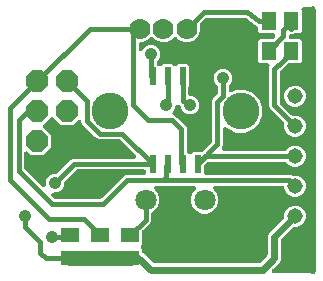
<source format=gbr>
G04 EAGLE Gerber RS-274X export*
G75*
%MOMM*%
%FSLAX34Y34*%
%LPD*%
%INBottom Copper*%
%IPPOS*%
%AMOC8*
5,1,8,0,0,1.08239X$1,22.5*%
G01*
%ADD10C,1.308000*%
%ADD11P,2.034460X8X292.500000*%
%ADD12R,1.500000X1.300000*%
%ADD13R,1.300000X1.500000*%
%ADD14C,1.800000*%
%ADD15C,1.778000*%
%ADD16C,3.116000*%
%ADD17R,0.533400X1.549400*%
%ADD18C,0.406400*%
%ADD19C,1.050000*%
%ADD20C,1.270000*%
%ADD21C,0.609600*%

G36*
X269267Y1696D02*
X269267Y1696D01*
X269276Y1695D01*
X269465Y1717D01*
X269658Y1738D01*
X269667Y1741D01*
X269675Y1742D01*
X269857Y1801D01*
X270042Y1859D01*
X270050Y1864D01*
X270058Y1867D01*
X270227Y1962D01*
X270394Y2054D01*
X270401Y2060D01*
X270409Y2064D01*
X270555Y2190D01*
X270701Y2315D01*
X270707Y2322D01*
X270714Y2328D01*
X270831Y2479D01*
X270951Y2631D01*
X270955Y2639D01*
X270960Y2646D01*
X271046Y2818D01*
X271133Y2990D01*
X271136Y2998D01*
X271140Y3006D01*
X271190Y3193D01*
X271241Y3378D01*
X271242Y3386D01*
X271244Y3395D01*
X271271Y3726D01*
X271271Y226654D01*
X271270Y226663D01*
X271271Y226672D01*
X271250Y226865D01*
X271231Y227055D01*
X271229Y227063D01*
X271228Y227072D01*
X271169Y227257D01*
X271113Y227440D01*
X271109Y227448D01*
X271106Y227456D01*
X271013Y227624D01*
X270921Y227794D01*
X270916Y227801D01*
X270911Y227808D01*
X270787Y227956D01*
X270664Y228103D01*
X270657Y228109D01*
X270651Y228115D01*
X270499Y228235D01*
X270350Y228355D01*
X270342Y228360D01*
X270335Y228365D01*
X270162Y228453D01*
X269993Y228541D01*
X269984Y228543D01*
X269976Y228547D01*
X269790Y228599D01*
X269606Y228652D01*
X269597Y228653D01*
X269588Y228655D01*
X269395Y228670D01*
X269204Y228685D01*
X269196Y228684D01*
X269187Y228685D01*
X268994Y228661D01*
X268805Y228638D01*
X268796Y228636D01*
X268787Y228634D01*
X268605Y228573D01*
X268422Y228513D01*
X268414Y228509D01*
X268406Y228506D01*
X268239Y228410D01*
X268071Y228316D01*
X268064Y228310D01*
X268057Y228305D01*
X267804Y228091D01*
X267552Y227839D01*
X261358Y227839D01*
X261349Y227838D01*
X261340Y227839D01*
X261149Y227819D01*
X260957Y227799D01*
X260949Y227797D01*
X260940Y227796D01*
X260756Y227738D01*
X260572Y227681D01*
X260564Y227677D01*
X260556Y227674D01*
X260387Y227581D01*
X260218Y227489D01*
X260211Y227484D01*
X260203Y227479D01*
X260056Y227354D01*
X259909Y227232D01*
X259903Y227225D01*
X259896Y227219D01*
X259777Y227068D01*
X259657Y226918D01*
X259652Y226910D01*
X259647Y226903D01*
X259559Y226730D01*
X259471Y226561D01*
X259469Y226552D01*
X259465Y226544D01*
X259413Y226358D01*
X259360Y226174D01*
X259359Y226165D01*
X259357Y226156D01*
X259342Y225964D01*
X259327Y225772D01*
X259328Y225764D01*
X259327Y225755D01*
X259351Y225563D01*
X259374Y225373D01*
X259376Y225364D01*
X259378Y225355D01*
X259439Y225173D01*
X259499Y224990D01*
X259503Y224982D01*
X259506Y224974D01*
X259602Y224806D01*
X259696Y224639D01*
X259702Y224632D01*
X259707Y224625D01*
X259841Y224467D01*
X259841Y207348D01*
X258352Y205859D01*
X254364Y205859D01*
X254332Y205856D01*
X254301Y205858D01*
X254132Y205836D01*
X253963Y205819D01*
X253933Y205810D01*
X253902Y205806D01*
X253586Y205705D01*
X251710Y204927D01*
X250444Y204927D01*
X250426Y204925D01*
X250408Y204927D01*
X250226Y204906D01*
X250043Y204887D01*
X250026Y204882D01*
X250009Y204880D01*
X249834Y204823D01*
X249658Y204769D01*
X249643Y204761D01*
X249626Y204755D01*
X249466Y204665D01*
X249304Y204577D01*
X249291Y204566D01*
X249275Y204557D01*
X249136Y204437D01*
X248995Y204320D01*
X248984Y204306D01*
X248970Y204294D01*
X248858Y204149D01*
X248743Y204006D01*
X248735Y203990D01*
X248724Y203976D01*
X248642Y203811D01*
X248557Y203649D01*
X248552Y203632D01*
X248544Y203616D01*
X248497Y203437D01*
X248446Y203262D01*
X248444Y203244D01*
X248440Y203227D01*
X248413Y202896D01*
X248413Y202572D01*
X248415Y202554D01*
X248413Y202536D01*
X248434Y202354D01*
X248453Y202171D01*
X248458Y202154D01*
X248460Y202137D01*
X248517Y201962D01*
X248571Y201786D01*
X248579Y201771D01*
X248585Y201754D01*
X248675Y201594D01*
X248763Y201432D01*
X248774Y201419D01*
X248783Y201403D01*
X248903Y201264D01*
X249020Y201123D01*
X249034Y201112D01*
X249046Y201098D01*
X249191Y200986D01*
X249334Y200871D01*
X249350Y200863D01*
X249364Y200852D01*
X249529Y200770D01*
X249691Y200685D01*
X249708Y200680D01*
X249724Y200672D01*
X249903Y200625D01*
X250078Y200574D01*
X250096Y200572D01*
X250113Y200568D01*
X250444Y200541D01*
X258352Y200541D01*
X259841Y199052D01*
X259841Y181948D01*
X258352Y180459D01*
X248815Y180459D01*
X248788Y180457D01*
X248762Y180459D01*
X248588Y180437D01*
X248414Y180419D01*
X248389Y180412D01*
X248362Y180408D01*
X248196Y180353D01*
X248029Y180301D01*
X248006Y180288D01*
X247980Y180280D01*
X247829Y180193D01*
X247675Y180109D01*
X247655Y180092D01*
X247632Y180079D01*
X247379Y179864D01*
X242515Y175001D01*
X242443Y174962D01*
X242419Y174942D01*
X242392Y174927D01*
X242139Y174712D01*
X241388Y173961D01*
X241371Y173940D01*
X241350Y173923D01*
X241244Y173785D01*
X241133Y173649D01*
X241120Y173626D01*
X241104Y173605D01*
X241026Y173448D01*
X240944Y173294D01*
X240936Y173268D01*
X240924Y173244D01*
X240879Y173075D01*
X240829Y172908D01*
X240827Y172881D01*
X240820Y172855D01*
X240793Y172525D01*
X240793Y147515D01*
X240795Y147489D01*
X240793Y147462D01*
X240815Y147288D01*
X240833Y147115D01*
X240840Y147089D01*
X240844Y147063D01*
X240899Y146897D01*
X240951Y146730D01*
X240964Y146706D01*
X240972Y146681D01*
X241059Y146529D01*
X241143Y146376D01*
X241160Y146355D01*
X241173Y146332D01*
X241388Y146079D01*
X250791Y136676D01*
X250812Y136659D01*
X250829Y136638D01*
X250967Y136531D01*
X251103Y136421D01*
X251126Y136408D01*
X251147Y136392D01*
X251304Y136314D01*
X251458Y136232D01*
X251484Y136224D01*
X251508Y136212D01*
X251677Y136167D01*
X251844Y136117D01*
X251871Y136115D01*
X251897Y136108D01*
X252227Y136081D01*
X255806Y136081D01*
X259144Y134698D01*
X261698Y132144D01*
X263081Y128806D01*
X263081Y125194D01*
X261698Y121856D01*
X259144Y119302D01*
X255806Y117919D01*
X252194Y117919D01*
X248856Y119302D01*
X246302Y121856D01*
X244919Y125194D01*
X244919Y128773D01*
X244917Y128799D01*
X244919Y128826D01*
X244897Y129000D01*
X244879Y129173D01*
X244872Y129199D01*
X244868Y129225D01*
X244813Y129391D01*
X244761Y129558D01*
X244748Y129582D01*
X244740Y129607D01*
X244653Y129759D01*
X244569Y129912D01*
X244552Y129933D01*
X244539Y129956D01*
X244324Y130209D01*
X232343Y142190D01*
X231647Y143870D01*
X231647Y176170D01*
X232261Y177651D01*
X232263Y177656D01*
X232265Y177661D01*
X232267Y177667D01*
X232271Y177675D01*
X232323Y177856D01*
X232377Y178036D01*
X232378Y178049D01*
X232382Y178062D01*
X232398Y178251D01*
X232415Y178437D01*
X232414Y178450D01*
X232415Y178464D01*
X232393Y178650D01*
X232374Y178837D01*
X232370Y178850D01*
X232368Y178863D01*
X232310Y179041D01*
X232254Y179222D01*
X232248Y179233D01*
X232243Y179246D01*
X232151Y179410D01*
X232061Y179575D01*
X232052Y179585D01*
X232045Y179597D01*
X231923Y179739D01*
X231802Y179883D01*
X231791Y179891D01*
X231782Y179902D01*
X231634Y180016D01*
X231487Y180134D01*
X231475Y180140D01*
X231464Y180148D01*
X231296Y180232D01*
X231129Y180318D01*
X231116Y180322D01*
X231104Y180328D01*
X230922Y180377D01*
X230741Y180428D01*
X230728Y180429D01*
X230715Y180432D01*
X230384Y180459D01*
X224248Y180459D01*
X222759Y181948D01*
X222759Y199052D01*
X224248Y200541D01*
X233873Y200541D01*
X233899Y200543D01*
X233926Y200541D01*
X234100Y200563D01*
X234273Y200581D01*
X234299Y200588D01*
X234325Y200592D01*
X234491Y200648D01*
X234658Y200699D01*
X234682Y200711D01*
X234707Y200720D01*
X234859Y200807D01*
X235012Y200891D01*
X235033Y200908D01*
X235056Y200921D01*
X235309Y201136D01*
X236565Y202392D01*
X236571Y202399D01*
X236577Y202404D01*
X236698Y202554D01*
X236820Y202703D01*
X236824Y202711D01*
X236830Y202718D01*
X236918Y202888D01*
X237009Y203059D01*
X237011Y203068D01*
X237015Y203075D01*
X237068Y203260D01*
X237123Y203445D01*
X237124Y203454D01*
X237127Y203462D01*
X237142Y203653D01*
X237160Y203846D01*
X237159Y203855D01*
X237160Y203864D01*
X237137Y204053D01*
X237116Y204246D01*
X237114Y204255D01*
X237113Y204263D01*
X237053Y204445D01*
X236995Y204630D01*
X236991Y204638D01*
X236988Y204646D01*
X236894Y204813D01*
X236800Y204982D01*
X236794Y204989D01*
X236790Y204997D01*
X236665Y205142D01*
X236540Y205289D01*
X236533Y205295D01*
X236527Y205302D01*
X236376Y205418D01*
X236224Y205539D01*
X236216Y205543D01*
X236209Y205548D01*
X236038Y205633D01*
X235865Y205721D01*
X235856Y205724D01*
X235848Y205728D01*
X235663Y205777D01*
X235477Y205829D01*
X235468Y205830D01*
X235459Y205832D01*
X235129Y205859D01*
X224248Y205859D01*
X222759Y207348D01*
X222759Y209798D01*
X222743Y209963D01*
X222732Y210129D01*
X222723Y210163D01*
X222719Y210199D01*
X222671Y210357D01*
X222627Y210518D01*
X222612Y210550D01*
X222601Y210584D01*
X222522Y210729D01*
X222448Y210878D01*
X222426Y210906D01*
X222409Y210938D01*
X222303Y211065D01*
X222201Y211196D01*
X222174Y211220D01*
X222152Y211247D01*
X222022Y211351D01*
X221896Y211460D01*
X221866Y211477D01*
X221838Y211499D01*
X221691Y211576D01*
X221585Y211635D01*
X221442Y211742D01*
X221366Y211788D01*
X221296Y211842D01*
X221170Y211907D01*
X221098Y211951D01*
X221055Y211966D01*
X221001Y211994D01*
X220930Y212023D01*
X220619Y212335D01*
X220574Y212371D01*
X220560Y212387D01*
X220517Y212420D01*
X220401Y212523D01*
X212377Y218541D01*
X212305Y218585D01*
X212239Y218636D01*
X212134Y218689D01*
X212033Y218749D01*
X211954Y218778D01*
X211878Y218816D01*
X211765Y218846D01*
X211654Y218886D01*
X211571Y218898D01*
X211489Y218920D01*
X211341Y218932D01*
X211256Y218945D01*
X211214Y218943D01*
X211159Y218947D01*
X179214Y218947D01*
X179198Y218946D01*
X179183Y218947D01*
X178998Y218926D01*
X178813Y218907D01*
X178798Y218903D01*
X178783Y218901D01*
X178605Y218843D01*
X178428Y218789D01*
X178415Y218782D01*
X178400Y218777D01*
X178237Y218686D01*
X178074Y218597D01*
X178062Y218587D01*
X178049Y218580D01*
X177793Y218368D01*
X174071Y214724D01*
X174049Y214699D01*
X174024Y214677D01*
X173920Y214545D01*
X173812Y214415D01*
X173796Y214386D01*
X173776Y214360D01*
X173700Y214210D01*
X173620Y214062D01*
X173610Y214030D01*
X173595Y214000D01*
X173550Y213838D01*
X173501Y213677D01*
X173497Y213644D01*
X173489Y213612D01*
X173477Y213444D01*
X173460Y213277D01*
X173463Y213243D01*
X173461Y213210D01*
X173483Y213044D01*
X173499Y212876D01*
X173509Y212844D01*
X173513Y212811D01*
X173615Y212495D01*
X173831Y211974D01*
X173831Y207426D01*
X172091Y203225D01*
X168875Y200009D01*
X165394Y198568D01*
X164674Y198269D01*
X160126Y198269D01*
X155925Y200009D01*
X153836Y202098D01*
X153823Y202110D01*
X153811Y202123D01*
X153667Y202237D01*
X153525Y202353D01*
X153509Y202362D01*
X153495Y202373D01*
X153331Y202456D01*
X153169Y202542D01*
X153152Y202547D01*
X153136Y202555D01*
X152959Y202604D01*
X152783Y202657D01*
X152765Y202658D01*
X152748Y202663D01*
X152565Y202676D01*
X152382Y202693D01*
X152364Y202691D01*
X152347Y202692D01*
X152165Y202669D01*
X151982Y202650D01*
X151965Y202644D01*
X151947Y202642D01*
X151774Y202584D01*
X151598Y202528D01*
X151582Y202519D01*
X151566Y202514D01*
X151406Y202422D01*
X151246Y202333D01*
X151232Y202322D01*
X151217Y202313D01*
X150964Y202098D01*
X148875Y200009D01*
X145394Y198568D01*
X144674Y198269D01*
X140126Y198269D01*
X135925Y200009D01*
X133836Y202098D01*
X133823Y202110D01*
X133811Y202123D01*
X133667Y202237D01*
X133525Y202353D01*
X133509Y202362D01*
X133495Y202373D01*
X133331Y202456D01*
X133169Y202542D01*
X133152Y202547D01*
X133136Y202555D01*
X132959Y202604D01*
X132783Y202657D01*
X132765Y202658D01*
X132748Y202663D01*
X132565Y202676D01*
X132382Y202693D01*
X132364Y202691D01*
X132347Y202692D01*
X132165Y202669D01*
X131982Y202650D01*
X131965Y202644D01*
X131947Y202642D01*
X131774Y202584D01*
X131598Y202528D01*
X131582Y202519D01*
X131566Y202514D01*
X131406Y202422D01*
X131246Y202333D01*
X131232Y202322D01*
X131217Y202313D01*
X130964Y202098D01*
X128875Y200009D01*
X125394Y198568D01*
X124674Y198269D01*
X123444Y198269D01*
X123426Y198267D01*
X123408Y198269D01*
X123226Y198248D01*
X123043Y198229D01*
X123026Y198224D01*
X123009Y198222D01*
X122834Y198165D01*
X122658Y198111D01*
X122643Y198103D01*
X122626Y198097D01*
X122466Y198007D01*
X122304Y197919D01*
X122291Y197908D01*
X122275Y197899D01*
X122136Y197779D01*
X121995Y197662D01*
X121984Y197648D01*
X121970Y197636D01*
X121858Y197491D01*
X121743Y197348D01*
X121735Y197332D01*
X121724Y197318D01*
X121642Y197153D01*
X121557Y196991D01*
X121552Y196974D01*
X121544Y196958D01*
X121497Y196779D01*
X121446Y196604D01*
X121444Y196586D01*
X121440Y196569D01*
X121413Y196238D01*
X121413Y192777D01*
X121413Y192772D01*
X121413Y192768D01*
X121433Y192573D01*
X121453Y192376D01*
X121454Y192372D01*
X121454Y192367D01*
X121513Y192179D01*
X121571Y191991D01*
X121573Y191987D01*
X121574Y191983D01*
X121668Y191811D01*
X121763Y191637D01*
X121765Y191634D01*
X121768Y191630D01*
X121894Y191479D01*
X122020Y191328D01*
X122024Y191325D01*
X122027Y191322D01*
X122182Y191198D01*
X122334Y191076D01*
X122338Y191074D01*
X122342Y191071D01*
X122519Y190980D01*
X122691Y190890D01*
X122696Y190889D01*
X122700Y190887D01*
X122892Y190832D01*
X123078Y190779D01*
X123083Y190778D01*
X123087Y190777D01*
X123283Y190762D01*
X123480Y190746D01*
X123484Y190746D01*
X123488Y190746D01*
X123683Y190770D01*
X123879Y190793D01*
X123884Y190794D01*
X123888Y190795D01*
X124075Y190857D01*
X124262Y190918D01*
X124266Y190920D01*
X124270Y190921D01*
X124442Y191019D01*
X124613Y191116D01*
X124616Y191118D01*
X124620Y191121D01*
X124770Y191252D01*
X124917Y191379D01*
X124920Y191382D01*
X124924Y191385D01*
X125045Y191543D01*
X125164Y191697D01*
X125166Y191701D01*
X125169Y191704D01*
X125321Y192000D01*
X125475Y192373D01*
X127667Y194565D01*
X130530Y195751D01*
X133630Y195751D01*
X136493Y194565D01*
X138685Y192373D01*
X139871Y189510D01*
X139871Y186410D01*
X138685Y183547D01*
X137266Y182128D01*
X137254Y182114D01*
X137241Y182103D01*
X137127Y181958D01*
X137011Y181817D01*
X137002Y181801D01*
X136991Y181787D01*
X136908Y181623D01*
X136822Y181461D01*
X136817Y181444D01*
X136809Y181428D01*
X136759Y181249D01*
X136707Y181075D01*
X136706Y181057D01*
X136701Y181040D01*
X136687Y180857D01*
X136671Y180674D01*
X136673Y180656D01*
X136671Y180638D01*
X136694Y180456D01*
X136714Y180274D01*
X136720Y180257D01*
X136722Y180239D01*
X136780Y180065D01*
X136836Y179890D01*
X136844Y179874D01*
X136850Y179857D01*
X136942Y179698D01*
X137031Y179537D01*
X137042Y179524D01*
X137051Y179508D01*
X137266Y179255D01*
X138264Y178257D01*
X138277Y178246D01*
X138289Y178233D01*
X138433Y178119D01*
X138575Y178002D01*
X138591Y177994D01*
X138605Y177983D01*
X138769Y177899D01*
X138931Y177814D01*
X138948Y177809D01*
X138964Y177801D01*
X139141Y177751D01*
X139317Y177699D01*
X139335Y177697D01*
X139352Y177693D01*
X139535Y177679D01*
X139718Y177663D01*
X139736Y177665D01*
X139753Y177663D01*
X139935Y177686D01*
X140118Y177706D01*
X140135Y177711D01*
X140153Y177714D01*
X140326Y177772D01*
X140502Y177827D01*
X140518Y177836D01*
X140534Y177842D01*
X140694Y177934D01*
X140854Y178022D01*
X140868Y178034D01*
X140883Y178043D01*
X141136Y178257D01*
X142331Y179452D01*
X149769Y179452D01*
X150964Y178257D01*
X150977Y178246D01*
X150989Y178233D01*
X151133Y178119D01*
X151275Y178002D01*
X151291Y177994D01*
X151305Y177983D01*
X151469Y177900D01*
X151631Y177814D01*
X151648Y177809D01*
X151664Y177801D01*
X151841Y177751D01*
X152017Y177699D01*
X152035Y177697D01*
X152052Y177693D01*
X152235Y177679D01*
X152418Y177663D01*
X152436Y177665D01*
X152453Y177663D01*
X152635Y177686D01*
X152818Y177706D01*
X152835Y177711D01*
X152853Y177714D01*
X153026Y177772D01*
X153202Y177827D01*
X153218Y177836D01*
X153234Y177842D01*
X153393Y177933D01*
X153554Y178022D01*
X153568Y178034D01*
X153583Y178043D01*
X153836Y178257D01*
X155031Y179452D01*
X162469Y179452D01*
X163958Y177963D01*
X163958Y160365D01*
X163918Y160325D01*
X163901Y160304D01*
X163880Y160286D01*
X163773Y160148D01*
X163663Y160013D01*
X163650Y159989D01*
X163634Y159968D01*
X163556Y159811D01*
X163474Y159657D01*
X163466Y159632D01*
X163454Y159608D01*
X163409Y159438D01*
X163359Y159271D01*
X163357Y159245D01*
X163350Y159219D01*
X163323Y158888D01*
X163323Y154602D01*
X163325Y154584D01*
X163323Y154566D01*
X163344Y154384D01*
X163363Y154201D01*
X163368Y154184D01*
X163370Y154167D01*
X163427Y153992D01*
X163481Y153816D01*
X163489Y153801D01*
X163495Y153784D01*
X163585Y153624D01*
X163673Y153462D01*
X163684Y153449D01*
X163693Y153433D01*
X163813Y153294D01*
X163930Y153153D01*
X163944Y153142D01*
X163956Y153128D01*
X164101Y153016D01*
X164244Y152901D01*
X164260Y152893D01*
X164274Y152882D01*
X164439Y152800D01*
X164601Y152715D01*
X164618Y152710D01*
X164634Y152702D01*
X164813Y152655D01*
X164988Y152604D01*
X165006Y152602D01*
X165023Y152598D01*
X165354Y152571D01*
X166650Y152571D01*
X169513Y151385D01*
X171705Y149193D01*
X172891Y146330D01*
X172891Y143230D01*
X171705Y140367D01*
X169513Y138175D01*
X166650Y136989D01*
X163550Y136989D01*
X160687Y138175D01*
X158495Y140367D01*
X157219Y143448D01*
X157204Y143494D01*
X157151Y143666D01*
X157141Y143685D01*
X157134Y143706D01*
X157045Y143862D01*
X156959Y144020D01*
X156945Y144037D01*
X156934Y144056D01*
X156816Y144191D01*
X156702Y144329D01*
X156684Y144343D01*
X156670Y144360D01*
X156528Y144469D01*
X156388Y144581D01*
X156368Y144591D01*
X156351Y144605D01*
X156181Y144692D01*
X156092Y144782D01*
X156027Y144834D01*
X155970Y144894D01*
X155847Y144982D01*
X155780Y145037D01*
X155744Y145056D01*
X155700Y145087D01*
X155647Y145119D01*
X155499Y145189D01*
X155355Y145264D01*
X155318Y145275D01*
X155283Y145291D01*
X155124Y145330D01*
X154968Y145375D01*
X154929Y145379D01*
X154892Y145388D01*
X154729Y145395D01*
X154566Y145408D01*
X154528Y145404D01*
X154490Y145405D01*
X154329Y145380D01*
X154167Y145361D01*
X154130Y145349D01*
X154092Y145343D01*
X153939Y145287D01*
X153784Y145237D01*
X153750Y145218D01*
X153714Y145204D01*
X153576Y145119D01*
X153433Y145039D01*
X153404Y145013D01*
X153371Y144993D01*
X153252Y144882D01*
X153128Y144775D01*
X153105Y144745D01*
X153077Y144719D01*
X152981Y144586D01*
X152882Y144457D01*
X152865Y144423D01*
X152842Y144392D01*
X152775Y144243D01*
X152702Y144097D01*
X152692Y144060D01*
X152677Y144025D01*
X152640Y143866D01*
X152598Y143708D01*
X152594Y143665D01*
X152587Y143632D01*
X152584Y143545D01*
X152571Y143377D01*
X152571Y143230D01*
X151385Y140367D01*
X150728Y139710D01*
X150719Y139700D01*
X150709Y139691D01*
X150592Y139545D01*
X150473Y139399D01*
X150466Y139387D01*
X150458Y139376D01*
X150372Y139209D01*
X150284Y139043D01*
X150280Y139030D01*
X150274Y139018D01*
X150223Y138838D01*
X150169Y138657D01*
X150168Y138643D01*
X150164Y138631D01*
X150150Y138445D01*
X150133Y138256D01*
X150134Y138242D01*
X150133Y138229D01*
X150156Y138045D01*
X150176Y137856D01*
X150180Y137843D01*
X150182Y137830D01*
X150240Y137653D01*
X150298Y137472D01*
X150304Y137460D01*
X150309Y137447D01*
X150401Y137284D01*
X150493Y137119D01*
X150501Y137109D01*
X150508Y137098D01*
X150632Y136956D01*
X150753Y136812D01*
X150764Y136804D01*
X150772Y136794D01*
X150921Y136680D01*
X151069Y136563D01*
X151081Y136557D01*
X151092Y136549D01*
X151387Y136397D01*
X152450Y135957D01*
X154022Y134385D01*
X161357Y127050D01*
X162053Y125370D01*
X162053Y106542D01*
X162055Y106515D01*
X162053Y106488D01*
X162075Y106314D01*
X162093Y106141D01*
X162100Y106116D01*
X162104Y106089D01*
X162159Y105923D01*
X162211Y105756D01*
X162224Y105733D01*
X162232Y105707D01*
X162319Y105556D01*
X162403Y105402D01*
X162420Y105382D01*
X162433Y105358D01*
X162648Y105105D01*
X163664Y104089D01*
X163678Y104078D01*
X163689Y104065D01*
X163833Y103951D01*
X163975Y103834D01*
X163991Y103826D01*
X164005Y103815D01*
X164169Y103732D01*
X164331Y103646D01*
X164348Y103641D01*
X164364Y103633D01*
X164541Y103583D01*
X164717Y103531D01*
X164735Y103529D01*
X164752Y103525D01*
X164935Y103511D01*
X165118Y103495D01*
X165136Y103497D01*
X165153Y103495D01*
X165335Y103518D01*
X165518Y103538D01*
X165535Y103543D01*
X165553Y103546D01*
X165727Y103604D01*
X165902Y103659D01*
X165918Y103668D01*
X165934Y103674D01*
X166093Y103765D01*
X166254Y103854D01*
X166268Y103866D01*
X166283Y103875D01*
X166536Y104089D01*
X167731Y105284D01*
X174430Y105284D01*
X174456Y105286D01*
X174483Y105284D01*
X174657Y105306D01*
X174830Y105324D01*
X174856Y105331D01*
X174882Y105335D01*
X175048Y105390D01*
X175215Y105442D01*
X175239Y105455D01*
X175264Y105463D01*
X175416Y105550D01*
X175569Y105634D01*
X175590Y105651D01*
X175613Y105664D01*
X175866Y105879D01*
X183088Y113101D01*
X183105Y113122D01*
X183126Y113139D01*
X183233Y113277D01*
X183343Y113413D01*
X183356Y113436D01*
X183372Y113457D01*
X183450Y113614D01*
X183532Y113768D01*
X183540Y113794D01*
X183552Y113818D01*
X183597Y113987D01*
X183647Y114154D01*
X183649Y114181D01*
X183656Y114207D01*
X183683Y114537D01*
X183683Y148746D01*
X184379Y150427D01*
X187872Y153920D01*
X187889Y153941D01*
X187910Y153958D01*
X188017Y154096D01*
X188127Y154231D01*
X188140Y154255D01*
X188156Y154276D01*
X188234Y154433D01*
X188316Y154587D01*
X188324Y154613D01*
X188336Y154637D01*
X188381Y154806D01*
X188431Y154973D01*
X188433Y155000D01*
X188440Y155026D01*
X188467Y155356D01*
X188467Y160354D01*
X188465Y160380D01*
X188467Y160407D01*
X188445Y160581D01*
X188427Y160754D01*
X188420Y160780D01*
X188416Y160806D01*
X188360Y160972D01*
X188309Y161139D01*
X188296Y161163D01*
X188288Y161188D01*
X188201Y161339D01*
X188117Y161493D01*
X188100Y161514D01*
X188087Y161537D01*
X187872Y161790D01*
X186435Y163227D01*
X185249Y166090D01*
X185249Y169190D01*
X186435Y172053D01*
X188627Y174245D01*
X191490Y175431D01*
X194590Y175431D01*
X197453Y174245D01*
X199645Y172053D01*
X200831Y169190D01*
X200831Y166090D01*
X199645Y163227D01*
X198208Y161790D01*
X198191Y161769D01*
X198170Y161752D01*
X198063Y161614D01*
X197953Y161478D01*
X197940Y161455D01*
X197924Y161434D01*
X197846Y161277D01*
X197764Y161123D01*
X197756Y161097D01*
X197744Y161073D01*
X197699Y160904D01*
X197649Y160737D01*
X197647Y160710D01*
X197640Y160684D01*
X197613Y160354D01*
X197613Y158093D01*
X197614Y158079D01*
X197613Y158066D01*
X197634Y157879D01*
X197653Y157692D01*
X197657Y157679D01*
X197658Y157666D01*
X197716Y157487D01*
X197771Y157307D01*
X197777Y157295D01*
X197781Y157283D01*
X197873Y157118D01*
X197963Y156953D01*
X197971Y156943D01*
X197978Y156931D01*
X198100Y156788D01*
X198220Y156644D01*
X198231Y156635D01*
X198239Y156625D01*
X198387Y156509D01*
X198534Y156391D01*
X198546Y156385D01*
X198556Y156377D01*
X198725Y156292D01*
X198891Y156206D01*
X198904Y156202D01*
X198916Y156196D01*
X199097Y156147D01*
X199278Y156095D01*
X199292Y156093D01*
X199305Y156090D01*
X199493Y156077D01*
X199680Y156062D01*
X199693Y156063D01*
X199706Y156062D01*
X199894Y156087D01*
X200079Y156109D01*
X200092Y156113D01*
X200105Y156114D01*
X200421Y156216D01*
X204296Y157821D01*
X211504Y157821D01*
X218165Y155062D01*
X223262Y149965D01*
X226021Y143304D01*
X226021Y136096D01*
X223262Y129435D01*
X218165Y124338D01*
X211504Y121579D01*
X204296Y121579D01*
X197635Y124338D01*
X196296Y125677D01*
X196289Y125683D01*
X196284Y125690D01*
X196133Y125811D01*
X195985Y125932D01*
X195977Y125936D01*
X195970Y125942D01*
X195800Y126030D01*
X195629Y126121D01*
X195620Y126123D01*
X195613Y126127D01*
X195428Y126181D01*
X195243Y126236D01*
X195234Y126236D01*
X195226Y126239D01*
X195035Y126255D01*
X194842Y126272D01*
X194833Y126271D01*
X194824Y126272D01*
X194635Y126250D01*
X194442Y126229D01*
X194433Y126226D01*
X194425Y126225D01*
X194242Y126165D01*
X194058Y126107D01*
X194050Y126103D01*
X194042Y126100D01*
X193875Y126006D01*
X193706Y125912D01*
X193699Y125906D01*
X193691Y125902D01*
X193546Y125777D01*
X193399Y125652D01*
X193393Y125645D01*
X193386Y125639D01*
X193270Y125488D01*
X193149Y125336D01*
X193145Y125328D01*
X193140Y125321D01*
X193054Y125148D01*
X192967Y124977D01*
X192964Y124968D01*
X192960Y124960D01*
X192910Y124774D01*
X192859Y124589D01*
X192858Y124580D01*
X192856Y124572D01*
X192829Y124241D01*
X192829Y110892D01*
X192037Y108981D01*
X192033Y108968D01*
X192027Y108957D01*
X191975Y108776D01*
X191921Y108596D01*
X191919Y108583D01*
X191916Y108570D01*
X191900Y108381D01*
X191883Y108195D01*
X191884Y108182D01*
X191883Y108168D01*
X191905Y107982D01*
X191924Y107795D01*
X191928Y107782D01*
X191930Y107769D01*
X191988Y107591D01*
X192044Y107410D01*
X192050Y107399D01*
X192055Y107386D01*
X192147Y107222D01*
X192237Y107057D01*
X192246Y107047D01*
X192252Y107035D01*
X192375Y106893D01*
X192496Y106749D01*
X192507Y106741D01*
X192516Y106730D01*
X192663Y106616D01*
X192811Y106498D01*
X192823Y106492D01*
X192834Y106484D01*
X193002Y106400D01*
X193169Y106314D01*
X193182Y106310D01*
X193194Y106304D01*
X193377Y106255D01*
X193557Y106204D01*
X193570Y106203D01*
X193583Y106200D01*
X193914Y106173D01*
X244889Y106173D01*
X244916Y106175D01*
X244943Y106173D01*
X245117Y106195D01*
X245290Y106213D01*
X245315Y106220D01*
X245342Y106224D01*
X245508Y106280D01*
X245675Y106331D01*
X245698Y106344D01*
X245724Y106352D01*
X245875Y106439D01*
X246029Y106523D01*
X246049Y106540D01*
X246073Y106553D01*
X246326Y106768D01*
X248856Y109298D01*
X252194Y110681D01*
X255806Y110681D01*
X259144Y109298D01*
X261698Y106744D01*
X263081Y103406D01*
X263081Y99794D01*
X261698Y96456D01*
X259144Y93902D01*
X255806Y92519D01*
X252194Y92519D01*
X248856Y93902D01*
X246326Y96432D01*
X246305Y96449D01*
X246287Y96470D01*
X246149Y96577D01*
X246014Y96687D01*
X245990Y96700D01*
X245969Y96716D01*
X245813Y96794D01*
X245658Y96876D01*
X245633Y96884D01*
X245609Y96896D01*
X245440Y96941D01*
X245272Y96991D01*
X245246Y96993D01*
X245220Y97000D01*
X244889Y97027D01*
X180789Y97027D01*
X180763Y97025D01*
X180736Y97027D01*
X180562Y97005D01*
X180389Y96987D01*
X180363Y96980D01*
X180337Y96976D01*
X180171Y96921D01*
X180004Y96869D01*
X179980Y96856D01*
X179955Y96848D01*
X179803Y96761D01*
X179650Y96677D01*
X179629Y96660D01*
X179606Y96647D01*
X179353Y96432D01*
X177253Y94332D01*
X177236Y94311D01*
X177215Y94294D01*
X177108Y94156D01*
X176998Y94020D01*
X176985Y93997D01*
X176969Y93976D01*
X176891Y93819D01*
X176809Y93665D01*
X176801Y93639D01*
X176789Y93615D01*
X176744Y93446D01*
X176694Y93279D01*
X176692Y93252D01*
X176685Y93226D01*
X176658Y92896D01*
X176658Y87884D01*
X176660Y87866D01*
X176658Y87848D01*
X176679Y87666D01*
X176698Y87483D01*
X176703Y87466D01*
X176705Y87449D01*
X176762Y87274D01*
X176816Y87098D01*
X176824Y87083D01*
X176830Y87066D01*
X176920Y86906D01*
X177008Y86744D01*
X177019Y86731D01*
X177028Y86715D01*
X177148Y86576D01*
X177265Y86435D01*
X177279Y86424D01*
X177291Y86410D01*
X177436Y86298D01*
X177579Y86183D01*
X177595Y86175D01*
X177609Y86164D01*
X177774Y86082D01*
X177936Y85997D01*
X177953Y85992D01*
X177969Y85984D01*
X178148Y85937D01*
X178323Y85886D01*
X178341Y85884D01*
X178358Y85880D01*
X178689Y85853D01*
X249830Y85853D01*
X250925Y85399D01*
X250950Y85391D01*
X250975Y85379D01*
X251143Y85333D01*
X251310Y85283D01*
X251337Y85280D01*
X251363Y85273D01*
X251537Y85261D01*
X251711Y85244D01*
X251738Y85247D01*
X251765Y85245D01*
X251937Y85268D01*
X252060Y85281D01*
X255806Y85281D01*
X259144Y83898D01*
X261698Y81344D01*
X263081Y78006D01*
X263081Y74394D01*
X261698Y71056D01*
X259144Y68502D01*
X255806Y67119D01*
X252194Y67119D01*
X248856Y68502D01*
X246302Y71056D01*
X244919Y74394D01*
X244919Y74676D01*
X244917Y74694D01*
X244919Y74712D01*
X244898Y74894D01*
X244879Y75077D01*
X244874Y75094D01*
X244872Y75111D01*
X244815Y75286D01*
X244761Y75462D01*
X244753Y75477D01*
X244747Y75494D01*
X244657Y75654D01*
X244569Y75816D01*
X244558Y75829D01*
X244549Y75845D01*
X244429Y75984D01*
X244312Y76125D01*
X244298Y76136D01*
X244286Y76150D01*
X244141Y76262D01*
X243998Y76377D01*
X243982Y76385D01*
X243968Y76396D01*
X243803Y76478D01*
X243641Y76563D01*
X243624Y76568D01*
X243608Y76576D01*
X243429Y76623D01*
X243254Y76674D01*
X243236Y76676D01*
X243219Y76680D01*
X242888Y76707D01*
X186618Y76707D01*
X186609Y76706D01*
X186600Y76707D01*
X186408Y76686D01*
X186217Y76667D01*
X186208Y76665D01*
X186200Y76664D01*
X186017Y76606D01*
X185832Y76549D01*
X185824Y76545D01*
X185816Y76542D01*
X185647Y76449D01*
X185478Y76357D01*
X185471Y76352D01*
X185463Y76347D01*
X185316Y76222D01*
X185169Y76100D01*
X185163Y76093D01*
X185156Y76087D01*
X185036Y75935D01*
X184916Y75786D01*
X184912Y75778D01*
X184907Y75771D01*
X184819Y75597D01*
X184731Y75429D01*
X184729Y75420D01*
X184724Y75412D01*
X184673Y75226D01*
X184620Y75042D01*
X184619Y75033D01*
X184616Y75024D01*
X184602Y74832D01*
X184587Y74640D01*
X184588Y74632D01*
X184587Y74623D01*
X184611Y74430D01*
X184634Y74241D01*
X184636Y74232D01*
X184637Y74223D01*
X184699Y74040D01*
X184758Y73858D01*
X184763Y73850D01*
X184766Y73842D01*
X184861Y73676D01*
X184956Y73507D01*
X184962Y73500D01*
X184967Y73493D01*
X185181Y73240D01*
X187184Y71237D01*
X188941Y66996D01*
X188941Y62404D01*
X187184Y58163D01*
X183937Y54916D01*
X182568Y54349D01*
X179696Y53159D01*
X175104Y53159D01*
X170863Y54916D01*
X167616Y58163D01*
X165859Y62404D01*
X165859Y66996D01*
X167616Y71237D01*
X169619Y73240D01*
X169624Y73247D01*
X169631Y73252D01*
X169751Y73402D01*
X169874Y73551D01*
X169878Y73559D01*
X169884Y73566D01*
X169972Y73736D01*
X170062Y73907D01*
X170065Y73916D01*
X170069Y73923D01*
X170122Y74108D01*
X170177Y74293D01*
X170178Y74302D01*
X170180Y74310D01*
X170196Y74501D01*
X170214Y74694D01*
X170213Y74703D01*
X170213Y74712D01*
X170191Y74900D01*
X170170Y75094D01*
X170167Y75103D01*
X170166Y75111D01*
X170107Y75293D01*
X170049Y75478D01*
X170044Y75486D01*
X170042Y75494D01*
X169947Y75663D01*
X169854Y75830D01*
X169848Y75837D01*
X169844Y75845D01*
X169718Y75991D01*
X169593Y76137D01*
X169586Y76143D01*
X169580Y76150D01*
X169429Y76267D01*
X169277Y76387D01*
X169269Y76391D01*
X169262Y76396D01*
X169090Y76482D01*
X168918Y76569D01*
X168910Y76572D01*
X168902Y76576D01*
X168716Y76626D01*
X168531Y76677D01*
X168522Y76678D01*
X168513Y76680D01*
X168182Y76707D01*
X136618Y76707D01*
X136609Y76706D01*
X136600Y76707D01*
X136408Y76686D01*
X136217Y76667D01*
X136208Y76665D01*
X136200Y76664D01*
X136017Y76606D01*
X135832Y76549D01*
X135824Y76545D01*
X135816Y76542D01*
X135647Y76449D01*
X135478Y76357D01*
X135471Y76352D01*
X135463Y76347D01*
X135316Y76222D01*
X135169Y76100D01*
X135163Y76093D01*
X135156Y76087D01*
X135036Y75935D01*
X134916Y75786D01*
X134912Y75778D01*
X134907Y75771D01*
X134819Y75597D01*
X134731Y75429D01*
X134729Y75420D01*
X134724Y75412D01*
X134673Y75226D01*
X134620Y75042D01*
X134619Y75033D01*
X134616Y75024D01*
X134602Y74832D01*
X134587Y74640D01*
X134588Y74632D01*
X134587Y74623D01*
X134611Y74430D01*
X134634Y74241D01*
X134636Y74232D01*
X134637Y74223D01*
X134699Y74040D01*
X134758Y73858D01*
X134763Y73850D01*
X134766Y73842D01*
X134861Y73676D01*
X134956Y73507D01*
X134962Y73500D01*
X134967Y73493D01*
X135181Y73240D01*
X137184Y71237D01*
X138941Y66996D01*
X138941Y62404D01*
X137184Y58163D01*
X133937Y54916D01*
X133227Y54622D01*
X133207Y54611D01*
X133186Y54604D01*
X133030Y54516D01*
X132872Y54432D01*
X132855Y54417D01*
X132835Y54407D01*
X132700Y54290D01*
X132561Y54175D01*
X132547Y54158D01*
X132530Y54143D01*
X132421Y54002D01*
X132308Y53863D01*
X132297Y53843D01*
X132284Y53825D01*
X132204Y53665D01*
X132121Y53506D01*
X132114Y53485D01*
X132104Y53465D01*
X132058Y53291D01*
X132008Y53120D01*
X132006Y53098D01*
X132000Y53076D01*
X131973Y52745D01*
X131973Y47090D01*
X131277Y45410D01*
X124936Y39069D01*
X124919Y39048D01*
X124898Y39031D01*
X124791Y38893D01*
X124681Y38757D01*
X124668Y38734D01*
X124652Y38713D01*
X124574Y38556D01*
X124492Y38402D01*
X124484Y38376D01*
X124472Y38352D01*
X124427Y38183D01*
X124377Y38016D01*
X124375Y37989D01*
X124368Y37963D01*
X124341Y37633D01*
X124341Y27348D01*
X123829Y26836D01*
X123818Y26823D01*
X123805Y26811D01*
X123691Y26667D01*
X123574Y26525D01*
X123566Y26509D01*
X123555Y26495D01*
X123472Y26331D01*
X123386Y26169D01*
X123381Y26152D01*
X123373Y26136D01*
X123323Y25959D01*
X123271Y25783D01*
X123269Y25765D01*
X123265Y25748D01*
X123251Y25565D01*
X123235Y25382D01*
X123237Y25364D01*
X123235Y25347D01*
X123258Y25165D01*
X123278Y24982D01*
X123283Y24965D01*
X123286Y24947D01*
X123344Y24774D01*
X123399Y24598D01*
X123408Y24582D01*
X123414Y24566D01*
X123505Y24407D01*
X123594Y24246D01*
X123606Y24232D01*
X123615Y24217D01*
X123829Y23964D01*
X124341Y23452D01*
X124341Y21564D01*
X124343Y21538D01*
X124341Y21511D01*
X124363Y21337D01*
X124381Y21164D01*
X124388Y21138D01*
X124392Y21112D01*
X124448Y20946D01*
X124499Y20779D01*
X124512Y20755D01*
X124520Y20730D01*
X124607Y20578D01*
X124691Y20425D01*
X124708Y20404D01*
X124721Y20381D01*
X124936Y20128D01*
X133292Y11772D01*
X133313Y11755D01*
X133330Y11734D01*
X133468Y11627D01*
X133604Y11517D01*
X133627Y11504D01*
X133648Y11488D01*
X133805Y11410D01*
X133959Y11328D01*
X133985Y11320D01*
X134009Y11308D01*
X134178Y11263D01*
X134345Y11213D01*
X134372Y11211D01*
X134398Y11204D01*
X134728Y11177D01*
X223412Y11177D01*
X223438Y11179D01*
X223465Y11177D01*
X223639Y11199D01*
X223812Y11217D01*
X223838Y11224D01*
X223864Y11228D01*
X224030Y11283D01*
X224197Y11335D01*
X224221Y11348D01*
X224246Y11356D01*
X224398Y11443D01*
X224551Y11527D01*
X224572Y11544D01*
X224595Y11557D01*
X224848Y11772D01*
X230036Y16960D01*
X230053Y16981D01*
X230074Y16998D01*
X230181Y17136D01*
X230291Y17272D01*
X230304Y17295D01*
X230320Y17316D01*
X230398Y17473D01*
X230480Y17627D01*
X230488Y17653D01*
X230500Y17677D01*
X230545Y17846D01*
X230595Y18013D01*
X230597Y18040D01*
X230604Y18066D01*
X230631Y18396D01*
X230631Y34132D01*
X231482Y36186D01*
X244324Y49028D01*
X244341Y49049D01*
X244362Y49066D01*
X244469Y49204D01*
X244579Y49340D01*
X244592Y49363D01*
X244608Y49384D01*
X244686Y49541D01*
X244768Y49695D01*
X244776Y49721D01*
X244788Y49745D01*
X244833Y49914D01*
X244883Y50081D01*
X244885Y50108D01*
X244892Y50134D01*
X244919Y50464D01*
X244919Y52606D01*
X246302Y55944D01*
X248856Y58498D01*
X249410Y58728D01*
X252194Y59881D01*
X255806Y59881D01*
X259144Y58498D01*
X261698Y55944D01*
X263081Y52606D01*
X263081Y48994D01*
X261698Y45656D01*
X259144Y43102D01*
X255806Y41719D01*
X253664Y41719D01*
X253638Y41717D01*
X253611Y41719D01*
X253437Y41697D01*
X253264Y41679D01*
X253238Y41672D01*
X253212Y41668D01*
X253046Y41613D01*
X252879Y41561D01*
X252855Y41548D01*
X252830Y41540D01*
X252678Y41453D01*
X252525Y41369D01*
X252504Y41352D01*
X252481Y41339D01*
X252228Y41124D01*
X242404Y31300D01*
X242387Y31279D01*
X242366Y31262D01*
X242259Y31124D01*
X242149Y30988D01*
X242136Y30965D01*
X242120Y30944D01*
X242042Y30787D01*
X241960Y30633D01*
X241952Y30607D01*
X241940Y30583D01*
X241895Y30414D01*
X241845Y30247D01*
X241843Y30220D01*
X241836Y30194D01*
X241809Y29864D01*
X241809Y14128D01*
X240958Y12074D01*
X239100Y10216D01*
X234892Y6008D01*
X234886Y6001D01*
X234879Y5996D01*
X234759Y5846D01*
X234637Y5697D01*
X234633Y5689D01*
X234627Y5682D01*
X234539Y5512D01*
X234448Y5341D01*
X234446Y5332D01*
X234442Y5325D01*
X234388Y5140D01*
X234333Y4955D01*
X234333Y4946D01*
X234330Y4938D01*
X234315Y4746D01*
X234297Y4554D01*
X234298Y4545D01*
X234297Y4536D01*
X234320Y4347D01*
X234340Y4154D01*
X234343Y4145D01*
X234344Y4137D01*
X234404Y3955D01*
X234462Y3770D01*
X234466Y3762D01*
X234469Y3754D01*
X234564Y3585D01*
X234657Y3418D01*
X234663Y3411D01*
X234667Y3403D01*
X234793Y3257D01*
X234917Y3111D01*
X234924Y3105D01*
X234930Y3098D01*
X235082Y2981D01*
X235233Y2861D01*
X235241Y2857D01*
X235248Y2852D01*
X235420Y2766D01*
X235592Y2679D01*
X235601Y2676D01*
X235609Y2672D01*
X235795Y2622D01*
X235980Y2571D01*
X235989Y2570D01*
X235998Y2568D01*
X236328Y2541D01*
X267552Y2541D01*
X267804Y2289D01*
X267811Y2284D01*
X267816Y2277D01*
X267966Y2157D01*
X268115Y2034D01*
X268123Y2030D01*
X268130Y2025D01*
X268301Y1936D01*
X268471Y1846D01*
X268479Y1843D01*
X268487Y1839D01*
X268673Y1786D01*
X268857Y1731D01*
X268866Y1730D01*
X268874Y1728D01*
X269066Y1712D01*
X269258Y1695D01*
X269267Y1696D01*
G37*
G36*
X41005Y75551D02*
X41005Y75551D01*
X41014Y75550D01*
X41203Y75573D01*
X41396Y75594D01*
X41405Y75596D01*
X41413Y75597D01*
X41595Y75657D01*
X41780Y75715D01*
X41788Y75719D01*
X41796Y75722D01*
X41965Y75817D01*
X42132Y75910D01*
X42139Y75916D01*
X42147Y75920D01*
X42293Y76046D01*
X42439Y76170D01*
X42445Y76177D01*
X42452Y76183D01*
X42569Y76335D01*
X42689Y76486D01*
X42693Y76494D01*
X42698Y76501D01*
X42784Y76673D01*
X42871Y76845D01*
X42874Y76854D01*
X42878Y76862D01*
X42928Y77048D01*
X42979Y77233D01*
X42980Y77242D01*
X42982Y77251D01*
X43009Y77581D01*
X43009Y80290D01*
X44195Y83153D01*
X46387Y85345D01*
X49250Y86531D01*
X51283Y86531D01*
X51309Y86533D01*
X51336Y86531D01*
X51510Y86553D01*
X51683Y86571D01*
X51709Y86578D01*
X51735Y86582D01*
X51901Y86637D01*
X52068Y86689D01*
X52092Y86702D01*
X52117Y86710D01*
X52269Y86797D01*
X52422Y86881D01*
X52443Y86898D01*
X52466Y86911D01*
X52719Y87126D01*
X64466Y98873D01*
X66146Y99569D01*
X117407Y99569D01*
X117415Y99570D01*
X117424Y99569D01*
X117618Y99590D01*
X117807Y99609D01*
X117816Y99611D01*
X117825Y99612D01*
X118008Y99670D01*
X118192Y99727D01*
X118200Y99731D01*
X118209Y99734D01*
X118376Y99826D01*
X118546Y99919D01*
X118553Y99924D01*
X118561Y99929D01*
X118708Y100053D01*
X118855Y100176D01*
X118861Y100183D01*
X118868Y100189D01*
X118988Y100341D01*
X119108Y100490D01*
X119112Y100498D01*
X119117Y100505D01*
X119205Y100678D01*
X119293Y100847D01*
X119296Y100856D01*
X119300Y100864D01*
X119352Y101050D01*
X119405Y101234D01*
X119405Y101243D01*
X119408Y101252D01*
X119422Y101445D01*
X119438Y101636D01*
X119437Y101644D01*
X119437Y101653D01*
X119413Y101846D01*
X119391Y102035D01*
X119388Y102044D01*
X119387Y102053D01*
X119325Y102236D01*
X119266Y102418D01*
X119261Y102426D01*
X119259Y102434D01*
X119162Y102601D01*
X119068Y102769D01*
X119062Y102776D01*
X119058Y102783D01*
X118843Y103036D01*
X106483Y115396D01*
X106462Y115413D01*
X106445Y115434D01*
X106307Y115541D01*
X106171Y115651D01*
X106148Y115664D01*
X106127Y115680D01*
X105970Y115758D01*
X105816Y115840D01*
X105790Y115848D01*
X105766Y115860D01*
X105597Y115905D01*
X105430Y115955D01*
X105403Y115957D01*
X105377Y115964D01*
X105047Y115991D01*
X88064Y115991D01*
X86383Y116687D01*
X84811Y118259D01*
X75459Y127611D01*
X73887Y129183D01*
X73129Y131014D01*
X73123Y131025D01*
X73119Y131038D01*
X73028Y131203D01*
X72939Y131368D01*
X72931Y131379D01*
X72924Y131390D01*
X72802Y131534D01*
X72683Y131679D01*
X72672Y131687D01*
X72664Y131697D01*
X72517Y131814D01*
X72370Y131932D01*
X72358Y131939D01*
X72348Y131947D01*
X72180Y132032D01*
X72014Y132120D01*
X72001Y132123D01*
X71989Y132129D01*
X71808Y132180D01*
X71627Y132233D01*
X71614Y132234D01*
X71601Y132237D01*
X71412Y132251D01*
X71226Y132267D01*
X71213Y132266D01*
X71199Y132267D01*
X71011Y132243D01*
X70826Y132222D01*
X70813Y132218D01*
X70800Y132216D01*
X70621Y132156D01*
X70443Y132099D01*
X70431Y132092D01*
X70418Y132088D01*
X70255Y131994D01*
X70091Y131903D01*
X70081Y131894D01*
X70069Y131887D01*
X69816Y131673D01*
X65905Y127761D01*
X56015Y127761D01*
X49696Y134080D01*
X49682Y134091D01*
X49671Y134105D01*
X49527Y134219D01*
X49385Y134335D01*
X49369Y134343D01*
X49355Y134354D01*
X49191Y134438D01*
X49029Y134523D01*
X49012Y134529D01*
X48996Y134537D01*
X48819Y134586D01*
X48643Y134638D01*
X48625Y134640D01*
X48608Y134645D01*
X48425Y134658D01*
X48242Y134675D01*
X48224Y134673D01*
X48207Y134674D01*
X48025Y134651D01*
X47842Y134631D01*
X47825Y134626D01*
X47807Y134624D01*
X47634Y134565D01*
X47458Y134510D01*
X47442Y134501D01*
X47426Y134495D01*
X47266Y134404D01*
X47106Y134315D01*
X47092Y134303D01*
X47077Y134294D01*
X46824Y134080D01*
X41180Y128436D01*
X41169Y128423D01*
X41155Y128411D01*
X41041Y128267D01*
X40925Y128125D01*
X40917Y128109D01*
X40906Y128095D01*
X40822Y127931D01*
X40737Y127769D01*
X40731Y127752D01*
X40723Y127736D01*
X40674Y127559D01*
X40622Y127383D01*
X40620Y127365D01*
X40615Y127348D01*
X40602Y127165D01*
X40585Y126982D01*
X40587Y126964D01*
X40586Y126947D01*
X40609Y126765D01*
X40629Y126582D01*
X40634Y126565D01*
X40636Y126547D01*
X40695Y126374D01*
X40750Y126198D01*
X40759Y126182D01*
X40765Y126166D01*
X40856Y126006D01*
X40945Y125846D01*
X40957Y125832D01*
X40966Y125817D01*
X41180Y125564D01*
X47499Y119245D01*
X47499Y109355D01*
X40505Y102361D01*
X30615Y102361D01*
X27852Y105124D01*
X27845Y105130D01*
X27840Y105136D01*
X27690Y105257D01*
X27541Y105379D01*
X27533Y105383D01*
X27526Y105389D01*
X27356Y105477D01*
X27185Y105568D01*
X27176Y105570D01*
X27169Y105574D01*
X26984Y105627D01*
X26799Y105682D01*
X26790Y105683D01*
X26782Y105686D01*
X26591Y105701D01*
X26398Y105719D01*
X26389Y105718D01*
X26380Y105718D01*
X26191Y105696D01*
X25998Y105675D01*
X25989Y105673D01*
X25981Y105672D01*
X25799Y105612D01*
X25614Y105554D01*
X25606Y105549D01*
X25598Y105547D01*
X25429Y105452D01*
X25262Y105359D01*
X25255Y105353D01*
X25247Y105349D01*
X25101Y105223D01*
X24955Y105098D01*
X24949Y105091D01*
X24942Y105086D01*
X24825Y104934D01*
X24705Y104783D01*
X24701Y104775D01*
X24696Y104768D01*
X24610Y104595D01*
X24523Y104424D01*
X24520Y104415D01*
X24516Y104407D01*
X24466Y104221D01*
X24415Y104036D01*
X24414Y104027D01*
X24412Y104018D01*
X24385Y103688D01*
X24385Y92143D01*
X24387Y92117D01*
X24385Y92090D01*
X24407Y91916D01*
X24425Y91743D01*
X24432Y91717D01*
X24436Y91691D01*
X24491Y91525D01*
X24543Y91358D01*
X24556Y91334D01*
X24564Y91309D01*
X24651Y91157D01*
X24735Y91004D01*
X24752Y90983D01*
X24765Y90960D01*
X24980Y90707D01*
X39542Y76145D01*
X39549Y76139D01*
X39554Y76133D01*
X39704Y76012D01*
X39853Y75890D01*
X39861Y75886D01*
X39868Y75880D01*
X40039Y75791D01*
X40209Y75701D01*
X40217Y75699D01*
X40225Y75695D01*
X40411Y75641D01*
X40595Y75587D01*
X40604Y75586D01*
X40612Y75583D01*
X40804Y75568D01*
X40996Y75550D01*
X41005Y75551D01*
G37*
G36*
X88731Y65535D02*
X88731Y65535D01*
X88758Y65533D01*
X88932Y65555D01*
X89105Y65573D01*
X89131Y65580D01*
X89157Y65584D01*
X89323Y65639D01*
X89490Y65691D01*
X89514Y65704D01*
X89539Y65712D01*
X89691Y65799D01*
X89844Y65883D01*
X89865Y65900D01*
X89888Y65913D01*
X90141Y66128D01*
X109170Y85157D01*
X110850Y85853D01*
X126111Y85853D01*
X126129Y85855D01*
X126147Y85853D01*
X126329Y85874D01*
X126512Y85893D01*
X126529Y85898D01*
X126546Y85900D01*
X126721Y85957D01*
X126897Y86011D01*
X126912Y86019D01*
X126929Y86025D01*
X127089Y86115D01*
X127251Y86203D01*
X127264Y86214D01*
X127280Y86223D01*
X127419Y86343D01*
X127560Y86460D01*
X127571Y86474D01*
X127585Y86486D01*
X127697Y86631D01*
X127812Y86774D01*
X127820Y86790D01*
X127831Y86804D01*
X127913Y86968D01*
X127998Y87131D01*
X128003Y87148D01*
X128011Y87164D01*
X128058Y87343D01*
X128109Y87518D01*
X128111Y87536D01*
X128115Y87553D01*
X128142Y87884D01*
X128142Y88392D01*
X128140Y88410D01*
X128142Y88428D01*
X128121Y88610D01*
X128102Y88793D01*
X128097Y88810D01*
X128095Y88827D01*
X128038Y89002D01*
X127984Y89178D01*
X127976Y89193D01*
X127970Y89210D01*
X127880Y89370D01*
X127792Y89532D01*
X127781Y89545D01*
X127772Y89561D01*
X127652Y89700D01*
X127535Y89841D01*
X127521Y89852D01*
X127509Y89866D01*
X127364Y89978D01*
X127221Y90093D01*
X127205Y90101D01*
X127191Y90112D01*
X127026Y90194D01*
X126864Y90279D01*
X126847Y90284D01*
X126831Y90292D01*
X126652Y90339D01*
X126477Y90390D01*
X126459Y90392D01*
X126442Y90396D01*
X126111Y90423D01*
X69791Y90423D01*
X69765Y90421D01*
X69738Y90423D01*
X69564Y90401D01*
X69391Y90383D01*
X69365Y90376D01*
X69339Y90372D01*
X69173Y90317D01*
X69006Y90265D01*
X68982Y90252D01*
X68957Y90244D01*
X68805Y90157D01*
X68652Y90073D01*
X68631Y90056D01*
X68608Y90043D01*
X68355Y89828D01*
X59186Y80659D01*
X59169Y80638D01*
X59148Y80621D01*
X59041Y80483D01*
X58931Y80347D01*
X58918Y80324D01*
X58902Y80303D01*
X58824Y80146D01*
X58742Y79992D01*
X58734Y79966D01*
X58722Y79942D01*
X58677Y79773D01*
X58627Y79606D01*
X58625Y79579D01*
X58618Y79553D01*
X58591Y79223D01*
X58591Y77190D01*
X57405Y74327D01*
X55213Y72135D01*
X52350Y70949D01*
X49641Y70949D01*
X49633Y70948D01*
X49624Y70949D01*
X49430Y70928D01*
X49241Y70909D01*
X49232Y70907D01*
X49223Y70906D01*
X49039Y70847D01*
X48856Y70791D01*
X48848Y70787D01*
X48840Y70784D01*
X48671Y70691D01*
X48502Y70599D01*
X48495Y70594D01*
X48487Y70589D01*
X48340Y70465D01*
X48193Y70342D01*
X48187Y70335D01*
X48180Y70329D01*
X48060Y70177D01*
X47940Y70028D01*
X47936Y70020D01*
X47931Y70013D01*
X47843Y69840D01*
X47755Y69671D01*
X47752Y69662D01*
X47748Y69654D01*
X47696Y69468D01*
X47643Y69284D01*
X47643Y69275D01*
X47640Y69266D01*
X47626Y69071D01*
X47610Y68882D01*
X47611Y68874D01*
X47611Y68865D01*
X47635Y68672D01*
X47657Y68483D01*
X47660Y68474D01*
X47661Y68465D01*
X47722Y68283D01*
X47782Y68100D01*
X47787Y68092D01*
X47789Y68084D01*
X47886Y67917D01*
X47980Y67749D01*
X47986Y67742D01*
X47990Y67735D01*
X48205Y67482D01*
X49559Y66128D01*
X49580Y66111D01*
X49597Y66090D01*
X49735Y65983D01*
X49871Y65873D01*
X49894Y65860D01*
X49915Y65844D01*
X50072Y65766D01*
X50226Y65684D01*
X50252Y65676D01*
X50276Y65664D01*
X50445Y65619D01*
X50612Y65569D01*
X50639Y65567D01*
X50665Y65560D01*
X50995Y65533D01*
X88705Y65533D01*
X88731Y65535D01*
G37*
%LPC*%
G36*
X252194Y143319D02*
X252194Y143319D01*
X248856Y144702D01*
X246302Y147256D01*
X244919Y150594D01*
X244919Y154206D01*
X246302Y157544D01*
X248856Y160098D01*
X249319Y160290D01*
X252194Y161481D01*
X255806Y161481D01*
X259144Y160098D01*
X261698Y157544D01*
X263081Y154206D01*
X263081Y150594D01*
X261698Y147256D01*
X259144Y144702D01*
X255806Y143319D01*
X252194Y143319D01*
G37*
%LPD*%
D10*
X254000Y25400D03*
X254000Y50800D03*
X254000Y76200D03*
X254000Y101600D03*
X254000Y127000D03*
X254000Y152400D03*
D11*
X35560Y165100D03*
X60960Y165100D03*
X35560Y139700D03*
X60960Y139700D03*
X35560Y114300D03*
X60960Y114300D03*
D12*
X88900Y34900D03*
X88900Y15900D03*
D13*
X250800Y190500D03*
X231800Y190500D03*
D12*
X114300Y34900D03*
X114300Y15900D03*
X63500Y34900D03*
X63500Y15900D03*
D13*
X250800Y215900D03*
X231800Y215900D03*
D14*
X127400Y64700D03*
X152400Y64700D03*
X177400Y64700D03*
D15*
X162400Y209700D03*
X142400Y209700D03*
D16*
X96900Y139700D03*
X207900Y139700D03*
D15*
X182400Y209700D03*
X122400Y209700D03*
D17*
X133350Y169164D03*
X146050Y169164D03*
X158750Y169164D03*
X171450Y169164D03*
X171450Y94996D03*
X158750Y94996D03*
X146050Y94996D03*
X133350Y94996D03*
D18*
X171450Y169164D02*
X182400Y180114D01*
X182400Y209700D01*
D19*
X93980Y83820D03*
X63500Y71120D03*
D18*
X88974Y120564D02*
X77764Y131774D01*
X107782Y120564D02*
X133350Y94996D01*
X107782Y120564D02*
X88974Y120564D01*
X77764Y148296D02*
X60960Y165100D01*
X77764Y148296D02*
X77764Y131774D01*
D20*
X88900Y15900D02*
X63500Y15900D01*
X88900Y15900D02*
X114300Y15900D01*
D21*
X121260Y15900D01*
X131572Y5588D01*
X226568Y5588D01*
X236220Y15240D01*
X236220Y33020D01*
X254000Y50800D01*
D18*
X133350Y94996D02*
X67056Y94996D01*
X50800Y78740D01*
D19*
X50800Y78740D03*
X25400Y50800D03*
D18*
X38352Y28841D02*
X38352Y20068D01*
X43180Y15240D01*
X25400Y41793D02*
X25400Y50800D01*
X25400Y41793D02*
X38352Y28841D01*
X43180Y15240D02*
X62840Y15240D01*
X63500Y15900D01*
X144780Y93726D02*
X146050Y94996D01*
X144780Y93726D02*
X144780Y83820D01*
X142240Y81280D01*
X19812Y89408D02*
X19812Y132080D01*
X27432Y139700D01*
X35560Y139700D01*
X248920Y81280D02*
X254000Y76200D01*
X248920Y81280D02*
X147320Y81280D01*
X142240Y81280D01*
X91440Y60960D02*
X48260Y60960D01*
X91440Y60960D02*
X111760Y81280D01*
X147320Y81280D01*
X48260Y60960D02*
X19812Y89408D01*
X35560Y165100D02*
X80160Y209700D01*
X122400Y209700D01*
X75540Y48260D02*
X88900Y34900D01*
X75540Y48260D02*
X45720Y48260D01*
X12700Y81280D01*
X12700Y142240D01*
X35560Y165100D01*
X157480Y96266D02*
X158750Y94996D01*
X157480Y96266D02*
X157480Y124460D01*
X149860Y132080D01*
X116840Y204140D02*
X122400Y209700D01*
X116840Y204140D02*
X116840Y144780D01*
X129540Y132080D01*
X149860Y132080D01*
X223520Y215900D02*
X231800Y215900D01*
X223520Y215900D02*
X213360Y223520D01*
X176520Y223520D01*
X162400Y209700D01*
X127400Y48000D02*
X114300Y34900D01*
X127400Y48000D02*
X127400Y64700D01*
D19*
X144780Y144780D03*
D18*
X146050Y146050D01*
X146050Y169164D01*
X63500Y34900D02*
X61620Y33020D01*
X48260Y33020D01*
D19*
X48260Y33020D03*
X165100Y144780D03*
D18*
X158750Y148590D01*
X158750Y169164D01*
X178054Y101600D02*
X171450Y94996D01*
X178054Y101600D02*
X254000Y101600D01*
X177800Y101346D02*
X171450Y94996D01*
X188256Y147837D02*
X193040Y152621D01*
X193040Y167640D01*
X193040Y170180D01*
X188256Y111802D02*
X171450Y94996D01*
X188256Y111802D02*
X188256Y147837D01*
X193040Y167640D02*
X193040Y170180D01*
D19*
X193040Y167640D03*
X132080Y187960D03*
D18*
X132080Y169164D01*
X133350Y169164D01*
X239896Y178936D02*
X239983Y178936D01*
X239896Y178936D02*
X236220Y175260D01*
X250800Y189753D02*
X250800Y190500D01*
X250800Y189753D02*
X239983Y178936D01*
X236220Y175260D02*
X236220Y144780D01*
X254000Y127000D01*
X250800Y209500D02*
X250800Y215900D01*
X243840Y208940D01*
X243840Y203200D01*
X231800Y191160D01*
X231800Y190500D01*
M02*

</source>
